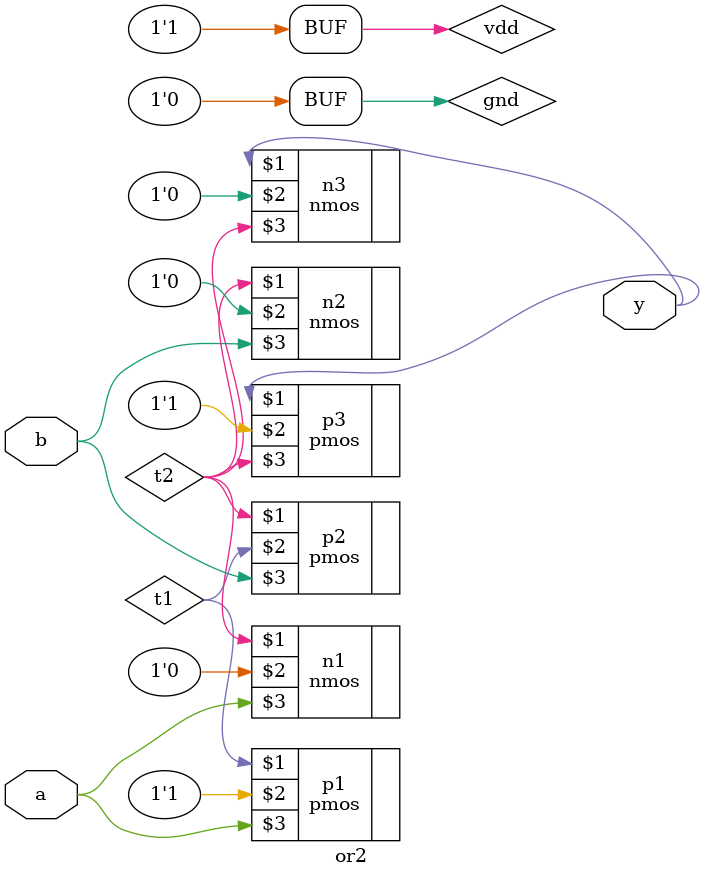
<source format=v>

module or2 (

	input	a, b,
	output	y

);

	supply1 vdd;
	supply0 gnd;

	wire t1, t2;
	
	pmos p1 (t1, vdd, a);
	pmos p2 (t2, t1, b);
	
	nmos n1 (t2, gnd, a);
	nmos n2 (t2, gnd, b);
	
	pmos p3 (y, vdd, t2);
	nmos n3 (y, gnd, t2);

endmodule
</source>
